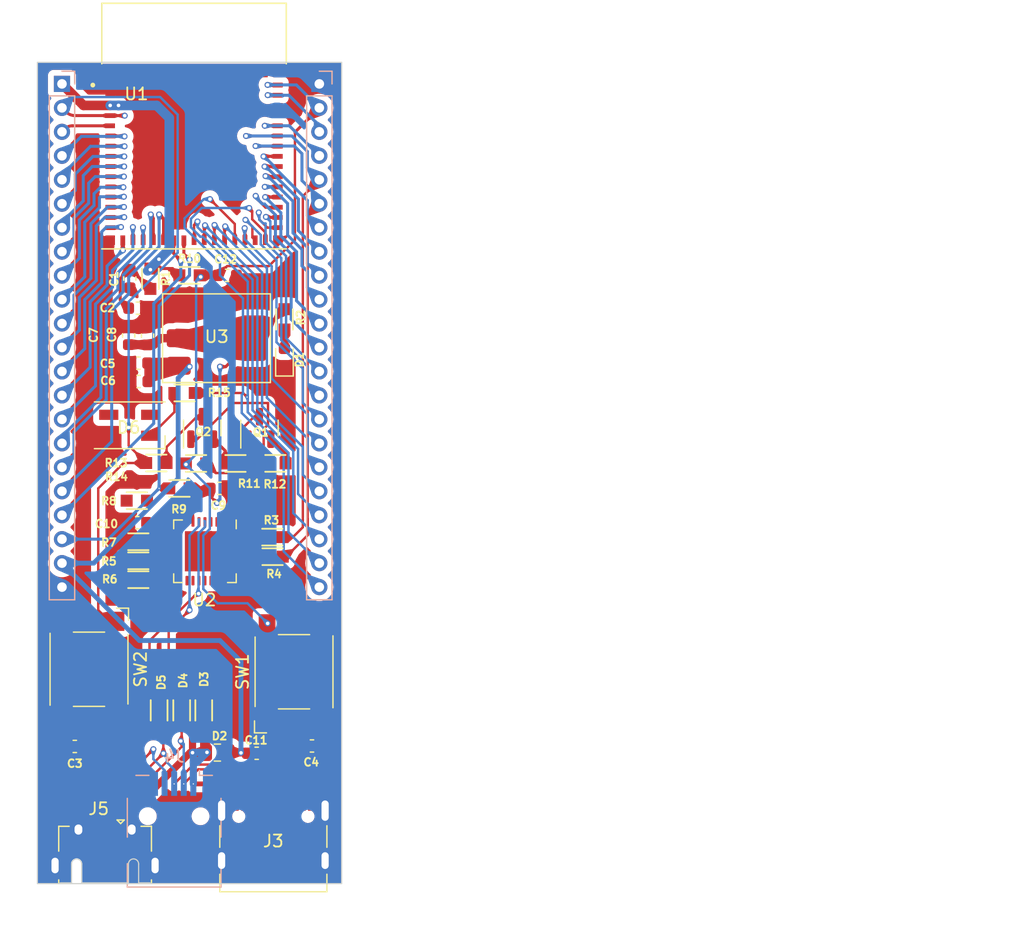
<source format=kicad_pcb>
(kicad_pcb (version 20221018) (generator pcbnew)
  (layers (0 "F.Cu" signal) (31 "B.Cu" signal) (34 "B.Paste" user) (35 "F.Paste" user) (36 "B.SilkS" user "B.Silkscreen") (37 "F.SilkS" user "F.Silkscreen") (38 "B.Mask" user) (39 "F.Mask" user) (44 "Edge.Cuts" user))
  (net 0 "")
  (net 1 "VCC_3V3")
  (net 2 "GND")
  (net 3 "GPIO0")
  (net 4 "CHIP_PU")
  (net 5 "ESP_3V3")
  (net 6 "GPIO1")
  (net 7 "GPIO2")
  (net 8 "GPIO3")
  (net 9 "GPIO4")
  (net 10 "GPIO5")
  (net 11 "GPIO6")
  (net 12 "GPIO7")
  (net 13 "GPIO8")
  (net 14 "GPIO9")
  (net 15 "GPIO10")
  (net 16 "GPIO11")
  (net 17 "GPIO12")
  (net 18 "GPIO13")
  (net 19 "GPIO14")
  (net 20 "GPIO15")
  (net 21 "GPIO16")
  (net 22 "GPIO17")
  (net 23 "GPIO18")
  (net 24 "VCC_5V")
  (net 25 "GPIO46")
  (net 26 "GPIO45")
  (net 27 "U0RXD")
  (net 28 "U0TXD")
  (net 29 "GPIO42")
  (net 30 "GPIO41")
  (net 31 "GPIO40")
  (net 32 "GPIO39")
  (net 33 "GPIO38")
  (net 34 "GPIO37")
  (net 35 "GPIO36")
  (net 36 "GPIO35")
  (net 37 "GPIO34")
  (net 38 "GPIO33")
  (net 39 "GPIO26")
  (net 40 "GPIO21")
  (net 41 "GPIO20")
  (net 42 "GPIO19")
  (net 43 "GPIO48")
  (net 44 "GPIO47")
  (net 45 "Net-(U2-VBUS)")
  (net 46 "Net-(D1-A)")
  (net 47 "Net-(U2-TXD)")
  (net 48 "Net-(U2-RXD)")
  (net 49 "Net-(U2-~{RST})")
  (net 50 "Net-(U2-SUSPEND)")
  (net 51 "VBUS")
  (net 67 "RST")
  (net 69 "DTR")
  (net 74 "Net-(J4-ID)")
  (net 75 "USB_DP")
  (net 76 "USB_DN")
  (net 78 "Net-(D6-DIN)")
  (net 79 "Net-(Q1-B)")
  (net 80 "Net-(Q1-C)")
  (net 81 "Net-(Q2-B)")
  (net 82 "Net-(Q2-C)")
  (footprint "PCM_4ms_Resistor:R_0603" (layer "F.Cu") (at 101.6 109.968664 -90)
    (fp_text reference "D5")
    (fp_text value "1.5KE6.8CA" hide)
  )
  (footprint "LED_SMD:LED_0603_1608Metric" (layer "F.Cu") (at 112.063149 80.577453 90)
    (fp_text reference "D1")
    (fp_text value "LED")
  )
  (footprint "PCM_4ms_Resistor:R_0603" (layer "F.Cu") (at 111.069144 97.14211)
    (fp_text reference "R4")
    (fp_text value "0R_0603" hide)
  )
  (footprint "PCM_4ms_Resistor:R_0603" (layer "F.Cu") (at 99.864562 97.484834)
    (fp_text reference "R5")
    (fp_text value "0R_0603" hide)
  )
  (footprint "PCM_4ms_Resistor:R_0603" (layer "F.Cu") (at 112.063149 77.333294 -90)
    (fp_text reference "R2")
    (fp_text value "0R_0603" hide)
  )
  (footprint "Capacitor_SMD:C_0603_1608Metric" (layer "F.Cu") (at 99.06 78.667265 90)
    (fp_text reference "C7")
    (fp_text value "0.1uF_0603_16V")
  )
  (footprint "Capacitor_SMD:C_0603_1608Metric" (layer "F.Cu") (at 99.777525 94.297119)
    (fp_text reference "C10")
    (fp_text value "10uF_1206_35V")
  )
  (footprint "PCM_4ms_Resistor:R_0603" (layer "F.Cu") (at 104.14 73.66 180)
    (fp_text reference "R10")
    (fp_text value "0R_0603" hide)
  )
  (footprint "Capacitor_SMD:C_0603_1608Metric" (layer "F.Cu") (at 99.887345 82.517345 180)
    (fp_text reference "C6")
    (fp_text value "10uF_1206_35V" hide)
  )
  (footprint "PCM_4ms_Resistor:R_0603" (layer "F.Cu") (at 100.872619 73.941033 -90)
    (fp_text reference "R1")
    (fp_text value "0R_0603" hide)
  )
  (footprint "PCM_4ms_Resistor:R_0603" (layer "F.Cu") (at 103.725342 83.477632 180)
    (fp_text reference "R15")
    (fp_text value "0R_0603" hide)
  )
  (footprint "Button_Switch_SMD:SW_SPST_Omron_B3FS-100xP" (layer "F.Cu") (at 95.749481 106.536742 -90)
    (fp_text reference "SW2")
    (fp_text value "SW_Omron_B3FS")
  )
  (footprint "LED_SMD:LED_SK6812MINI_PLCC4_3.5x3.5mm_P1.75mm" (layer "F.Cu") (at 99.147634 86.17362)
    (fp_text reference "D6")
    (fp_text value "SK6812MINI")
  )
  (footprint "PCM_4ms_Resistor:R_0603" (layer "F.Cu") (at 103.484836 109.968664 -90)
    (fp_text reference "D4")
    (fp_text value "1.5KE6.8CA" hide)
  )
  (footprint "Connector_USB:USB_C_Receptacle_Palconn_UTC16-G" (layer "F.Cu") (at 111.13593 120.26849)
    (fp_text reference "J3")
    (fp_text value "USB_C_Receptacle_USB2.0")
  )
  (footprint "Capacitor_SMD:C_0603_1608Metric" (layer "F.Cu") (at 106.640448 91.44)
    (fp_text reference "C9")
    (fp_text value "10uF_1206_35V")
  )
  (footprint "PCM_4ms_Resistor:R_0603" (layer "F.Cu") (at 111.306616 89.353383)
    (fp_text reference "R12")
    (fp_text value "10k" hide)
  )
  (footprint "Capacitor_SMD:C_0603_1608Metric" (layer "F.Cu") (at 99.835 76.400039)
    (fp_text reference "C2")
    (fp_text value "10uF_1206_35V")
  )
  (footprint "PCM_4ms_Resistor:R_0603" (layer "F.Cu") (at 107.97324 89.358804 180)
    (fp_text reference "R11")
    (fp_text value "10k" hide)
  )
  (footprint "Capacitor_SMD:C_0603_1608Metric" (layer "F.Cu") (at 99.153357 73.924501 -90)
    (fp_text reference "C1")
    (fp_text value "0.1uF_0603_16V")
  )
  (footprint "Capacitor_SMD:C_0603_1608Metric" (layer "F.Cu") (at 99.869981 80.982654 180)
    (fp_text reference "C5")
    (fp_text value "0.1uF_0603_16V" hide)
  )
  (footprint "Capacitor_SMD:C_0603_1608Metric" (layer "F.Cu") (at 109.745463 113.550487)
    (fp_text reference "C11")
    (fp_text value "10uF_1206_35V")
  )
  (footprint "Connector_USB:USB_Micro-AB_Molex_47590-0001" (layer "F.Cu") (at 97.090765 122.917744)
    (fp_text reference "J5")
    (fp_text value "USB_B_Micro")
    (fp_line (start -3.75 1.45) (end -2.8 1.45) (stroke (width 0.1)) (layer "Edge.Cuts"))
    (fp_line (start -2.8 -0.125) (end -2.8 1.45) (stroke (width 0.1)) (layer "Edge.Cuts"))
    (fp_line (start -1.95 -0.125) (end -1.95 1.45) (stroke (width 0.1)) (layer "Edge.Cuts"))
    (fp_line (start -1.95 1.45) (end 1.95 1.45) (stroke (width 0.1)) (layer "Edge.Cuts"))
    (fp_line (start 1.95 -0.125) (end 1.95 1.45) (stroke (width 0.1)) (layer "Edge.Cuts"))
    (fp_line (start 2.8 -0.125) (end 2.8 1.45) (stroke (width 0.1)) (layer "Edge.Cuts"))
    (fp_line (start 2.8 1.45) (end 3.75 1.45) (stroke (width 0.1)) (layer "Edge.Cuts"))
    (fp_arc (start -2.8 -0.125) (mid -2.375 -0.55) (end -1.95 -0.125) (stroke (width 0.1)) (layer "Edge.Cuts"))
    (fp_arc (start 1.95 -0.125) (mid 2.375 -0.55) (end 2.8 -0.125) (stroke (width 0.1)) (layer "Edge.Cuts"))
  )
  (footprint "PCM_4ms_Resistor:R_0603" (layer "F.Cu") (at 99.864562 99.06 180)
    (fp_text reference "R6")
    (fp_text value "0R_0603" hide)
  )
  (footprint "PCM_4ms_Resistor:R_0603" (layer "F.Cu") (at 104.684931 89.358357 180)
    (fp_text reference "R14")
    (fp_text value "0R_0603" hide)
  )
  (footprint "PCM_4ms_Resistor:R_0603" (layer "F.Cu") (at 99.74145 92.466243)
    (fp_text reference "R8")
    (fp_text value "0R_0603" hide)
  )
  (footprint "digikey-footprints:XCVR_ESP32-S3-MINI-1-N8" (layer "F.Cu") (at 104.517411 63.726153)
    (fp_text reference "U1")
    (fp_text value "ESP32-S3-MINI-1-N8")
  )
  (footprint "PCM_4ms_Resistor:R_0603" (layer "F.Cu") (at 105.325664 109.968664 -90)
    (fp_text reference "D3")
    (fp_text value "1.5KE6.8CA" hide)
  )
  (footprint "Capacitor_SMD:C_0603_1608Metric" (layer "F.Cu") (at 114.359213 112.941091)
    (fp_text reference "C4")
    (fp_text value "0.1uF_0603_16V")
  )
  (footprint "PCM_Package_TO_SOT_SMD_AKL:SOT-223-3_TabPin2" (layer "F.Cu") (at 106.389171 78.905434)
    (fp_text reference "U3")
    (fp_text value "SGM2212-3.3XKC3G/TR" hide)
  )
  (footprint "PCM_4ms_Resistor:R_0603" (layer "F.Cu") (at 111.049592 95.509541)
    (fp_text reference "R3")
    (fp_text value "0R_0603" hide)
  )
  (footprint "Capacitor_SMD:C_0603_1608Metric" (layer "F.Cu") (at 94.563804 112.98041 180)
    (fp_text reference "C3")
    (fp_text value "0.1uF_0603_16V")
  )
  (footprint "Capacitor_SMD:C_0603_1608Metric" (layer "F.Cu") (at 100.637796 78.691171 90)
    (fp_text reference "C8")
    (fp_text value "10uF_1206_35V")
  )
  (footprint "Button_Switch_SMD:SW_SPST_Omron_B3FS-100xP" (layer "F.Cu") (at 112.862432 106.746915 90)
    (fp_text reference "SW1")
    (fp_text value "SW_Omron_B3FS")
  )
  (footprint "PCM_4ms_Resistor:R_0603" (layer "F.Cu") (at 101.369864 89.322467 180)
    (fp_text reference "R13")
    (fp_text value "0R_0603" hide)
  )
  (footprint "Package_DFN_QFN:QFN-28-1EP_5x5mm_P0.5mm_EP3.35x3.35mm" (layer "F.Cu") (at 105.426796 96.689584 -90)
    (fp_text reference "U2")
    (fp_text value "CP2102N-Axx-xQFN28")
  )
  (footprint "Capacitor_SMD:C_0603_1608Metric" (layer "F.Cu") (at 107.277432 73.66 180)
    (fp_text reference "C12")
    (fp_text value "10uF_1206_35V")
  )
  (footprint "Package_TO_SOT_SMD:SOT-23" (layer "F.Cu") (at 105.198282 86.395495 90)
    (fp_text reference "Q2")
    (fp_text value "L8050QLT1G")
  )
  (footprint "PCM_4ms_Resistor:R_0805_2012Metric" (layer "F.Cu") (at 106.465409 113.492832 180)
    (fp_text reference "D2")
    (fp_text value "1N5819HW-7-F")
  )
  (footprint "Package_TO_SOT_SMD:SOT-23" (layer "F.Cu") (at 109.976962 86.395495 90)
    (fp_text reference "Q1")
    (fp_text value "L8050QLT1G")
  )
  (footprint "PCM_4ms_Resistor:R_0603" (layer "F.Cu") (at 99.864562 95.894523)
    (fp_text reference "R7")
    (fp_text value "0R_0603" hide)
  )
  (footprint "PCM_4ms_Resistor:R_0603" (layer "F.Cu") (at 103.3 91.44)
    (fp_text reference "R9")
    (fp_text value "0R_0603" hide)
  )
  (footprint "Connector_PinHeader_2.00mm:PinHeader_1x22_P2.00mm_Vertical" (layer "B.Cu") (at 114.973111 57.679796 180)
    (fp_text reference "J2" hide)
    (fp_text value "Conn_01x22_Pin")
  )
  (footprint "Connector_USB:USB_Mini-B_Lumberg_2486_01_Horizontal" (layer "B.Cu") (at 102.857292 118.806543 180)
    (fp_text reference "J4")
    (fp_text value "USB_B_Mini")
  )
  (footprint "Connector_PinHeader_2.00mm:PinHeader_1x22_P2.00mm_Vertical" (layer "B.Cu") (at 93.493109 57.679796 180)
    (fp_text reference "J1" hide)
    (fp_text value "Conn_01x22_Pin")
  )
  (gr_rect (start 91.44 55.88) (end 116.84 124.431272) (stroke (width 0.1)) (fill none) (layer "Edge.Cuts"))
  (segment (start 98.353357 75.693396) (end 98.353357 73.949501) (width 0.25) (layer "F.Cu") (net 1))
  (segment (start 104.15 91.44) (end 105.865448 91.44) (width 0.2) (layer "F.Cu") (net 1))
  (segment (start 101.712445 78.905434) (end 103.239171 78.905434) (width 0.7) (layer "F.Cu") (net 1))
  (segment (start 99.231087 73.149501) (end 100.872619 74.791033) (width 0.25) (layer "F.Cu") (net 1))
  (segment (start 99.06 79.442265) (end 100.61389 79.442265) (width 0.7) (layer "F.Cu") (net 1))
  (segment (start 105.865448 91.44) (end 105.865448 92.094786) (width 0.2) (layer "F.Cu") (net 1))
  (segment (start 103.926796 91.653204) (end 104.14 91.44) (width 0.2) (layer "F.Cu") (net 1))
  (segment (start 109.539171 78.905434) (end 109.641009 78.905434) (width 0.25) (layer "F.Cu") (net 1))
  (segment (start 104.399584 94.239584) (end 104.426796 94.239584) (width 0.2) (layer "F.Cu") (net 1))
  (segment (start 100.637796 79.466171) (end 101.151708 79.466171) (width 0.7) (layer "F.Cu") (net 1))
  (segment (start 104.14 93.98) (end 104.399584 94.239584) (width 0.2) (layer "F.Cu") (net 1))
  (segment (start 104.15 93.97) (end 104.14 93.98) (width 0.2) (layer "F.Cu") (net 1))
  (segment (start 109.641009 78.905434) (end 112.063149 76.483294) (width 0.25) (layer "F.Cu") (net 1))
  (segment (start 105.865448 92.094786) (end 106.437499 92.666837) (width 0.2) (layer "F.Cu") (net 1))
  (segment (start 99.06 76.400039) (end 98.353357 75.693396) (width 0.25) (layer "F.Cu") (net 1))
  (segment (start 98.353357 73.949501) (end 99.153357 73.149501) (width 0.25) (layer "F.Cu") (net 1))
  (segment (start 104.426796 92.878652) (end 104.426796 94.239584) (width 0.2) (layer "F.Cu") (net 1))
  (segment (start 107.164605 81.28) (end 106.68 81.28) (width 0.25) (layer "F.Cu") (net 1))
  (segment (start 100.61389 79.442265) (end 100.637796 79.466171) (width 0.7) (layer "F.Cu") (net 1))
  (segment (start 104.15 91.44) (end 104.15 93.97) (width 0.2) (layer "F.Cu") (net 1))
  (segment (start 104.399584 94.239584) (end 103.926796 94.239584) (width 0.2) (layer "F.Cu") (net 1))
  (segment (start 103.926796 94.239584) (end 103.926796 91.653204) (width 0.2) (layer "F.Cu") (net 1))
  (segment (start 109.539171 78.905434) (end 107.164605 81.28) (width 0.25) (layer "F.Cu") (net 1))
  (segment (start 105.865448 91.44) (end 104.426796 92.878652) (width 0.2) (layer "F.Cu") (net 1))
  (segment (start 101.151708 79.466171) (end 101.712445 78.905434) (width 0.7) (layer "F.Cu") (net 1))
  (segment (start 99.153357 73.149501) (end 99.231087 73.149501) (width 0.25) (layer "F.Cu") (net 1))
  (segment (start 104.14 91.44) (end 105.865448 91.44) (width 0.2) (layer "F.Cu") (net 1))
  (via (at 106.437499 92.666837) (size 0.5) (drill 0.3) (layers "F.Cu" "B.Cu") (net 1))
  (via blind (at 106.68 81.28) (size 0.5) (drill 0.3) (layers "F.Cu" "B.Cu") (net 1))
  (segment (start 106.68 81.28) (end 106.68 92.424336) (width 0.25) (layer "B.Cu") (net 1))
  (segment (start 106.68 92.424336) (end 106.437499 92.666837) (width 0.25) (layer "B.Cu") (net 1))
  (segment (start 98.637533 89.322467) (end 96.52 91.44) (width 0.2) (layer "F.Cu") (net 3))
  (segment (start 99.06 87.862603) (end 100.519864 89.322467) (width 0.2) (layer "F.Cu") (net 3))
  (segment (start 95.338804 112.98041) (end 96.732368 112.98041) (width 0.2) (layer "F.Cu") (net 3))
  (segment (start 96.732368 112.98041) (end 97.999481 111.713297) (width 0.2) (layer "F.Cu") (net 3))
  (segment (start 97.517411 60.326153) (end 98.720444 60.326153) (width 0.25) (layer "F.Cu") (net 3))
  (segment (start 97.456742 102.536742) (end 97.999481 102.536742) (width 0.2) (layer "F.Cu") (net 3))
  (segment (start 96.52 101.6) (end 97.456742 102.536742) (width 0.2) (layer "F.Cu") (net 3))
  (segment (start 99.06 86.36) (end 99.06 87.862603) (width 0.2) (layer "F.Cu") (net 3))
  (segment (start 97.517411 60.326153) (end 94.596509 60.326153) (width 0.25) (layer "F.Cu") (net 3))
  (segment (start 93.816287 60.002974) (end 93.493109 59.679796) (width 0.25) (layer "F.Cu") (net 3))
  (segment (start 98.728307 60.330759) (end 98.726004 60.328456) (width 0.25) (layer "F.Cu") (net 3))
  (segment (start 100.519864 89.322467) (end 98.637533 89.322467) (width 0.2) (layer "F.Cu") (net 3))
  (segment (start 96.52 91.44) (end 96.52 101.6) (width 0.2) (layer "F.Cu") (net 3))
  (segment (start 97.999481 111.713297) (end 97.999481 110.536742) (width 0.2) (layer "F.Cu") (net 3))
  (via (at 99.06 86.36) (size 0.5) (drill 0.3) (layers "F.Cu" "B.Cu") (net 3))
  (via (at 98.728307 60.330759) (size 0.5) (drill 0.3) (layers "F.Cu" "B.Cu") (net 3))
  (arc (start 93.816287 60.002974) (mid 94.174256 60.242161) (end 94.596509 60.326153) (width 0.25) (layer "F.Cu") (net 3))
  (arc (start 98.726004 60.328456) (mid 98.723453 60.326751) (end 98.720444 60.326153) (width 0.25) (layer "F.Cu") (net 3))
  (segment (start 103.15 60.240973) (end 103.15 71.768396) (width 0.2) (layer "B.Cu") (net 3))
  (segment (start 101.684316 58.775289) (end 103.15 60.240973) (width 0.2) (layer "B.Cu") (net 3))
  (segment (start 103.15 71.768396) (end 99.06 75.858396) (width 0.2) (layer "B.Cu") (net 3))
  (segment (start 94.397616 58.775289) (end 101.684316 58.775289) (width 0.2) (layer "B.Cu") (net 3))
  (segment (start 99.06 75.858396) (end 99.06 86.36) (width 0.2) (layer "B.Cu") (net 3))
  (segment (start 93.493109 59.679796) (end 94.397616 58.775289) (width 0.2) (layer "B.Cu") (net 3))
  (segment (start 110.666108 57.776153) (end 110.651837 57.761882) (width 0.25) (layer "F.Cu") (net 4))
  (segment (start 112.806608 112.941091) (end 113.584213 112.941091) (width 0.2) (layer "F.Cu") (net 4))
  (segment (start 112.936999 61.715908) (end 112.936999 70.706565) (width 0.2) (layer "F.Cu") (net 4))
  (segment (start 110.612432 110.746915) (end 112.806608 112.941091) (width 0.2) (layer "F.Cu") (net 4))
  (segment (start 105.071436 73.78814) (end 106.502432 73.66) (width 0.25) (layer "F.Cu") (net 4))
  (segment (start 104.99 73.66) (end 105.071436 73.78814) (width 0.25) (layer "F.Cu") (net 4))
  (segment (start 111.517411 57.776153) (end 110.666108 57.776153) (width 0.25) (layer "F.Cu") (net 4))
  (segment (start 112.936999 61.715908) (end 114.973111 59.679796) (width 0.25) (layer "F.Cu") (net 4))
  (segment (start 107.277432 72.885) (end 106.502432 73.66) (width 0.2) (layer "F.Cu") (net 4))
  (segment (start 112.936999 70.706565) (end 110.758564 72.885) (width 0.2) (layer "F.Cu") (net 4))
  (segment (start 110.758564 72.885) (end 107.277432 72.885) (width 0.2) (layer "F.Cu") (net 4))
  (via blind (at 110.651837 57.761882) (size 0.5) (drill 0.3) (layers "F.Cu" "B.Cu") (net 4))
  (via (at 105.071436 73.78814) (size 0.5) (drill 0.3) (layers "F.Cu" "B.Cu") (net 4))
  (via (at 103.840918 89.441205) (size 0.5) (drill 0.3) (layers "F.Cu" "B.Cu") (net 4))
  (via (at 110.659706 102.710972) (size 0.5) (drill 0.3) (layers "F.Cu" "B.Cu") (net 4))
  (segment (start 103.840918 89.441205) (end 104.69 88.592123) (width 0.2) (layer "B.Cu") (net 4))
  (segment (start 105.831455 91.431742) (end 103.840918 89.441205) (width 0.2) (layer "B.Cu") (net 4))
  (segment (start 110.659706 102.710972) (end 108.977414 101.02868) (width 0.2) (layer "B.Cu") (net 4))
  (segment (start 105.290865 99.843057) (end 105.290865 95.367986) (width 0.2) (layer "B.Cu") (net 4))
  (segment (start 105.831455 94.827395) (end 105.831455 91.431742) (width 0.2) (layer "B.Cu") (net 4))
  (segment (start 105.290865 95.367986) (end 105.831455 94.827395) (width 0.2) (layer "B.Cu") (net 4))
  (segment (start 108.977414 101.02868) (end 106.476488 101.02868) (width 0.2) (layer "B.Cu") (net 4))
  (segment (start 106.476488 101.02868) (end 105.290865 99.843057) (width 0.2) (layer "B.Cu") (net 4))
  (segment (start 104.69 74.117811) (end 104.947286 73.860525) (width 0.2) (layer "B.Cu") (net 4))
  (segment (start 104.69 88.592123) (end 104.69 74.117811) (width 0.2) (layer "B.Cu") (net 4))
  (segment (start 103.840918 89.441205) (end 103.803562 89.478561) (width 0.2) (layer "B.Cu") (net 4))
  (segment (start 113.055197 57.761882) (end 114.973111 59.679796) (width 0.25) (layer "B.Cu") (net 4))
  (segment (start 110.651837 57.761882) (end 113.055197 57.761882) (width 0.25) (layer "B.Cu") (net 4))
  (segment (start 102.721033 73.091033) (end 103.29 73.66) (width 0.25) (layer "F.Cu") (net 5))
  (segment (start 100.872619 73.091033) (end 102.721033 73.091033) (width 0.25) (layer "F.Cu") (net 5))
  (segment (start 97.517411 59.476153) (end 95.289466 59.476153) (width 0.8) (layer "F.Cu") (net 5))
  (segment (start 95.289466 59.476153) (end 93.493109 57.679796) (width 0.8) (layer "F.Cu") (net 5))
  (via (at 100.872619 73.183031) (size 0.5) (drill 0.3) (layers "F.Cu" "B.Cu") (net 5))
  (via (at 98.21257 59.475289) (size 0.5) (drill 0.3) (layers "F.Cu" "B.Cu") (net 5))
  (via (at 101.586032 72.313559) (size 0.5) (drill 0.3) (layers "F.Cu" "B.Cu") (net 5))
  (via (at 97.517411 59.476153) (size 0.5) (drill 0.3) (layers "F.Cu" "B.Cu") (net 5))
  (segment (start 98.2071 59.480759) (end 101.399837 59.480759) (width 0.8) (layer "B.Cu") (net 5))
  (segment (start 98.21257 59.475289) (end 98.2071 59.480759) (width 0.8) (layer "B.Cu") (net 5))
  (segment (start 102.45 60.530922) (end 102.45 71.478446) (width 0.8) (layer "B.Cu") (net 5))
  (segment (start 101.399837 59.480759) (end 102.45 60.530922) (width 0.8) (layer "B.Cu") (net 5))
  (segment (start 97.517411 59.476153) (end 98.211706 59.476153) (width 0.8) (layer "B.Cu") (net 5))
  (segment (start 102.45 71.478446) (end 100.645301 73.283145) (width 0.8) (layer "B.Cu") (net 5))
  (segment (start 98.211706 59.476153) (end 98.21257 59.475289) (width 0.8) (layer "B.Cu") (net 5))
  (segment (start 94.352881 61.176153) (end 97.517411 61.176153) (width 0.25) (layer "F.Cu") (net 6))
  (segment (start 93.74493 61.427974) (end 93.493109 61.679796) (width 0.25) (layer "F.Cu") (net 6))
  (arc (start 94.352881 61.176153) (mid 94.02386 61.241599) (end 93.74493 61.427974) (width 0.25) (layer "F.Cu") (net 6))
  (segment (start 98.58526 62.026153) (end 97.517411 62.026153) (width 0.25) (layer "F.Cu") (net 7))
  (segment (start 98.626481 62.043227) (end 98.643555 62.060301) (width 0.25) (layer "F.Cu") (net 7))
  (via blind (at 98.712266 62.060301) (size 0.5) (drill 0.3) (layers "F.Cu" "B.Cu") (net 7))
  (arc (start 98.626481 62.043227) (mid 98.607568 62.03059) (end 98.58526 62.026153) (width 0.25) (layer "F.Cu") (net 7))
  (segment (start 95.112603 62.060301) (end 98.643555 62.060301) (width 0.25) (layer "B.Cu") (net 7))
  (segment (start 93.493109 63.679796) (end 95.112603 62.060301) (width 0.25) (layer "B.Cu") (net 7))
  (segment (start 98.712266 62.889366) (end 98.699053 62.876153) (width 0.25) (layer "F.Cu") (net 8))
  (segment (start 98.699053 62.876153) (end 97.517411 62.876153) (width 0.25) (layer "F.Cu") (net 8))
  (via blind (at 98.712266 62.889366) (size 0.5) (drill 0.3) (layers "F.Cu" "B.Cu") (net 8))
  (segment (start 93.493109 65.271566) (end 93.493109 65.679796) (width 0.25) (layer "B.Cu") (net 8))
  (segment (start 98.712266 62.889366) (end 95.875309 62.889366) (width 0.25) (layer "B.Cu") (net 8))
  (segment (start 95.875309 62.889366) (end 93.493109 65.271566) (width 0.25) (layer "B.Cu") (net 8))
  (segment (start 97.517411 63.726153) (end 98.683489 63.726153) (width 0.25) (layer "F.Cu") (net 9))
  (segment (start 98.683489 63.726153) (end 98.69075 63.733414) (width 0.25) (layer "F.Cu") (net 9))
  (via blind (at 98.69075 63.733414) (size 0.5) (drill 0.3) (layers "F.Cu" "B.Cu") (net 9))
  (segment (start 94.605242 66.567663) (end 93.493109 67.679796) (width 0.25) (layer "B.Cu") (net 9))
  (segment (start 98.69075 63.733414) (end 96.075887 63.733414) (width 0.25) (layer "B.Cu") (net 9))
  (segment (start 94.605242 65.204059) (end 94.605242 66.567663) (width 0.25) (layer "B.Cu") (net 9))
  (segment (start 96.075887 63.733414) (end 94.605242 65.204059) (width 0.25) (layer "B.Cu") (net 9))
  (segment (start 97.526686 64.572311) (end 98.680847 64.572311) (width 0.25) (layer "F.Cu") (net 10))
  (via blind (at 98.680847 64.572311) (size 0.5) (drill 0.3) (layers "F.Cu" "B.Cu") (net 10))
  (arc (start 97.517411 64.576153) (mid 97.521666 64.57331) (end 97.526686 64.572311) (width 0.25) (layer "F.Cu") (net 10))
  (segment (start 98.680847 64.572311) (end 96.026605 64.572311) (width 0.25) (layer "B.Cu") (net 10))
  (segment (start 93.493109 69.220118) (end 93.493109 69.679796) (width 0.25) (layer "B.Cu") (net 10))
  (segment (start 95.26923 67.443997) (end 93.493109 69.220118) (width 0.25) (layer "B.Cu") (net 10))
  (segment (start 96.026605 64.572311) (end 95.26923 65.329686) (width 0.25) (layer "B.Cu") (net 10))
  (segment (start 95.26923 65.329686) (end 95.26923 67.443997) (width 0.25) (layer "B.Cu") (net 10))
  (segment (start 93.493109 69.09401) (end 93.493109 69.679796) (width 0.25) (layer "B.Cu") (net 10))
  (segment (start 98.646377 65.426153) (end 98.657797 65.414733) (width 0.25) (layer "F.Cu") (net 11))
  (segment (start 97.517411 65.426153) (end 98.646377 65.426153) (width 0.25) (layer "F.Cu") (net 11))
  (via blind (at 98.657797 65.414733) (size 0.5) (drill 0.3) (layers "F.Cu" "B.Cu") (net 11))
  (segment (start 94.493109 68.856514) (end 94.493109 70.679796) (width 0.25) (layer "B.Cu") (net 11))
  (segment (start 98.657797 65.414733) (end 96.267289 65.414733) (width 0.25) (layer "B.Cu") (net 11))
  (segment (start 95.71923 67.630393) (end 94.493109 68.856514) (width 0.25) (layer "B.Cu") (net 11))
  (segment (start 94.493109 70.679796) (end 93.493109 71.679796) (width 0.25) (layer "B.Cu") (net 11))
  (segment (start 95.71923 65.962792) (end 95.71923 67.630393) (width 0.25) (layer "B.Cu") (net 11))
  (segment (start 96.267289 65.414733) (end 95.71923 65.962792) (width 0.25) (layer "B.Cu") (net 11))
  (segment (start 97.517411 66.276153) (end 98.586494 66.276153) (width 0.25) (layer "F.Cu") (net 12))
  (segment (start 98.586494 66.276153) (end 98.61592 66.305579) (width 0.25) (layer "F.Cu") (net 12))
  (via blind (at 98.61592 66.305579) (size 0.5) (drill 0.3) (layers "F.Cu" "B.Cu") (net 12))
  (segment (start 98.61592 66.305579) (end 96.71011 66.305579) (width 0.25) (layer "B.Cu") (net 12))
  (segment (start 94.943109 69.04291) (end 94.943109 72.229796) (width 0.25) (layer "B.Cu") (net 12))
  (segment (start 96.16923 67.816789) (end 94.943109 69.04291) (width 0.25) (layer "B.Cu") (net 12))
  (segment (start 96.71011 66.305579) (end 96.16923 66.846459) (width 0.25) (layer "B.Cu") (net 12))
  (segment (start 94.943109 72.229796) (end 93.493109 73.679796) (width 0.25) (layer "B.Cu") (net 12))
  (segment (start 96.16923 66.846459) (end 96.16923 67.816789) (width 0.25) (layer "B.Cu") (net 12))
  (segment (start 97.517411 67.126153) (end 98.627006 67.126153) (width 0.25) (layer "F.Cu") (net 13))
  (segment (start 98.627006 67.126153) (end 98.656044 67.097115) (width 0.25) (layer "F.Cu") (net 13))
  (via blind (at 98.656044 67.097115) (size 0.5) (drill 0.3) (layers "F.Cu" "B.Cu") (net 13))
  (segment (start 96.698003 67.097115) (end 96.61923 67.175888) (width 0.25) (layer "B.Cu") (net 13))
  (segment (start 98.656044 67.097115) (end 96.698003 67.097115) (width 0.25) (layer "B.Cu") (net 13))
  (segment (start 95.393109 69.229306) (end 95.393109 73.779796) (width 0.25) (layer "B.Cu") (net 13))
  (segment (start 95.393109 73.779796) (end 93.493109 75.679796) (width 0.25) (layer "B.Cu") (net 13))
  (segment (start 96.61923 68.003185) (end 95.393109 69.229306) (width 0.25) (layer "B.Cu") (net 13))
  (segment (start 96.61923 67.175888) (end 96.61923 68.003185) (width 0.25) (layer "B.Cu") (net 13))
  (segment (start 98.636674 67.976153) (end 98.661784 67.951043) (width 0.25) (layer "F.Cu") (net 14))
  (segment (start 97.517411 67.976153) (end 98.636674 67.976153) (width 0.25) (layer "F.Cu") (net 14))
  (via blind (at 98.661784 67.951043) (size 0.5) (drill 0.3) (layers "F.Cu" "B.Cu") (net 14))
  (segment (start 95.909196 69.349615) (end 95.909196 73.900105) (width 0.25) (layer "B.Cu") (net 14))
  (segment (start 94.493109 76.679796) (end 93.493109 77.679796) (width 0.25) (layer "B.Cu") (net 14))
  (segment (start 95.909196 73.900105) (end 94.493109 75.316192) (width 0.25) (layer "B.Cu") (net 14))
  (segment (start 97.307768 67.951043) (end 95.909196 69.349615) (width 0.25) (layer "B.Cu") (net 14))
  (segment (start 94.493109 75.316192) (end 94.493109 76.679796) (width 0.25) (layer "B.Cu") (net 14))
  (segment (start 98.661784 67.951043) (end 97.307768 67.951043) (width 0.25) (layer "B.Cu") (net 14))
  (segment (start 98.661784 68.826153) (end 98.684223 68.803714) (width 0.25) (layer "F.Cu") (net 15))
  (segment (start 97.517411 68.826153) (end 98.661784 68.826153) (width 0.25) (layer "F.Cu") (net 15))
  (via blind (at 98.684223 68.803714) (size 0.5) (drill 0.3) (layers "F.Cu" "B.Cu") (net 15))
  (segment (start 96.359196 69.536011) (end 96.359196 74.086501) (width 0.25) (layer "B.Cu") (net 15))
  (segment (start 94.943109 78.229796) (end 93.493109 79.679796) (width 0.25) (layer "B.Cu") (net 15))
  (segment (start 97.091493 68.803714) (end 96.359196 69.536011) (width 0.25) (layer "B.Cu") (net 15))
  (segment (start 94.943109 75.502588) (end 94.943109 78.229796) (width 0.25) (layer "B.Cu") (net 15))
  (segment (start 96.359196 74.086501) (end 94.943109 75.502588) (width 0.25) (layer "B.Cu") (net 15))
  (segment (start 98.684223 68.803714) (end 97.091493 68.803714) (width 0.25) (layer "B.Cu") (net 15))
  (segment (start 97.517411 69.676153) (end 98.366626 69.676153) (width 0.25) (layer "F.Cu") (net 16))
  (segment (start 98.366626 69.676153) (end 98.41457 69.628209) (width 0.25) (layer "F.Cu") (net 16))
  (via blind (at 98.41457 69.628209) (size 0.5) (drill 0.3) (layers "F.Cu" "B.Cu") (net 16))
  (segment (start 97.200861 69.628209) (end 96.809196 70.019874) (width 0.25) (layer "B.Cu") (net 16))
  (segment (start 95.393109 75.688984) (end 95.393109 79.779796) (width 0.25) (layer "B.Cu") (net 16))
  (segment (start 95.393109 79.779796) (end 93.493109 81.679796) (width 0.25) (layer "B.Cu") (net 16))
  (segment (start 96.809196 70.019874) (end 96.809196 74.272897) (width 0.25) (layer "B.Cu") (net 16))
  (segment (start 98.41457 69.628209) (end 97.200861 69.628209) (width 0.25) (layer "B.Cu") (net 16))
  (segment (start 96.809196 74.272897) (end 95.393109 75.688984) (width 0.25) (layer "B.Cu") (net 16))
  (segment (start 98.567411 70.726153) (end 98.567411 71.558094) (width 0.25) (layer "F.Cu") (net 17))
  (segment (start 98.567411 71.558094) (end 98.575497 71.56618) (width 0.25) (layer "F.Cu") (net 17))
  (via blind (at 98.575497 71.56618) (size 0.5) (drill 0.3) (layers "F.Cu" "B.Cu") (net 17))
  (segment (start 97.259196 74.459293) (end 95.843109 75.87538) (width 0.25) (layer "B.Cu") (net 17))
  (segment (start 95.843109 81.329796) (end 93.493109 83.679796) (width 0.25) (layer "B.Cu") (net 17))
  (segment (start 97.259196 72.882481) (end 97.259196 74.459293) (width 0.25) (layer "B.Cu") (net 17))
  (segment (start 98.575497 71.56618) (end 97.259196 72.882481) (width 0.25) (layer "B.Cu") (net 17))
  (segment (start 95.843109 75.87538) (end 95.843109 81.329796) (width 0.25) (layer "B.Cu") (net 17))
  (segment (start 99.417411 70.726153) (end 99.417411 69.642289) (width 0.25) (layer "F.Cu") (net 18))
  (segment (start 99.417411 69.642289) (end 99.411167 69.636045) (width 0.25) (layer "F.Cu") (net 18))
  (via blind (at 99.411167 69.636045) (size 0.5) (drill 0.3) (layers "F.Cu" "B.Cu") (net 18))
  (segment (start 97.709196 73.245654) (end 97.709196 74.645689) (width 0.25) (layer "B.Cu") (net 18))
  (segment (start 96.293109 82.879796) (end 93.493109 85.679796) (width 0.25) (layer "B.Cu") (net 18))
  (segment (start 96.293109 76.061776) (end 96.293109 82.879796) (width 0.25) (layer "B.Cu") (net 18))
  (segment (start 97.709196 74.645689) (end 96.293109 76.061776) (width 0.25) (layer "B.Cu") (net 18))
  (segment (start 99.411167 71.543683) (end 97.709196 73.245654) (width 0.25) (layer "B.Cu") (net 18))
  (segment (start 99.411167 69.636045) (end 99.411167 71.543683) (width 0.25) (layer "B.Cu") (net 18))
  (segment (start 100.267411 70.726153) (end 100.267411 69.672142) (width 0.25) (layer "F.Cu") (net 19))
  (segment (start 100.267411 69.672142) (end 100.261193 69.665924) (width 0.25) (layer "F.Cu") (net 19))
  (via blind (at 100.261193 69.665924) (size 0.5) (drill 0.3) (layers "F.Cu" "B.Cu") (net 19))
  (segment (start 100.261193 71.334968) (end 98.159196 73.436965) (width 0.25) (layer "B.Cu") (net 19))
  (segment (start 98.159196 74.832085) (end 96.743109 76.248172) (width 0.25) (layer "B.Cu") (net 19))
  (segment (start 93.493109 87.09401) (end 93.493109 87.679796) (width 0.25) (layer "B.Cu") (net 19))
  (segment (start 96.743109 83.84401) (end 93.493109 87.09401) (width 0.25) (layer "B.Cu") (net 19))
  (segment (start 96.743109 76.248172) (end 96.743109 83.84401) (width 0.25) (layer "B.Cu") (net 19))
  (segment (start 100.261193 69.665924) (end 100.261193 71.334968) (width 0.25) (layer "B.Cu") (net 19))
  (segment (start 98.159196 73.436965) (end 98.159196 74.832085) (width 0.25) (layer "B.Cu") (net 19))
  (segment (start 101.117411 68.910584) (end 101.117411 70.726153) (width 0.25) (layer "F.Cu") (net 20))
  (segment (start 100.900497 68.58) (end 101.025 68.704503) (width 0.25) (layer "F.Cu") (net 20))
  (segment (start 101.025 68.704503) (end 101.025 68.818173) (width 0.25) (layer "F.Cu") (net 20))
  (segment (start 101.025 68.818173) (end 101.117411 68.910584) (width 0.25) (layer "F.Cu") (net 20))
  (via blind (at 100.900497 68.58) (size 0.5) (drill 0.3) (layers "F.Cu" "B.Cu") (net 20))
  (segment (start 97.193109 76.434568) (end 97.193109 84.030406) (width 0.25) (layer "B.Cu") (net 20))
  (segment (start 100.900497 71.33206) (end 98.609196 73.623361) (width 0.25) (layer "B.Cu") (net 20))
  (segment (start 94.493109 86.730406) (end 94.493109 88.679796) (width 0.25) (layer "B.Cu") (net 20))
  (segment (start 100.900497 68.58) (end 100.900497 71.33206) (width 0.25) (layer "B.Cu") (net 20))
  (segment (start 98.609196 75.018481) (end 97.193109 76.434568) (width 0.25) (layer "B.Cu") (net 20))
  (segment (start 98.609196 73.623361) (end 98.609196 75.018481) (width 0.25) (layer "B.Cu") (net 20))
  (segment (start 94.493109 88.679796) (end 93.493109 89.679796) (width 0.25) (layer "B.Cu") (net 20))
  (segment (start 97.193109 84.030406) (end 94.493109 86.730406) (width 0.25) (layer "B.Cu") (net 20))
  (segment (start 101.6 68.58) (end 101.967411 68.947411) (width 0.25) (layer "F.Cu") (net 21))
  (segment (start 101.967411 68.947411) (end 101.967411 70.726153) (width 0.25) (layer "F.Cu") (net 21))
  (via blind (at 101.6 68.58) (size 0.5) (drill 0.3) (layers "F.Cu" "B.Cu") (net 21))
  (segment (start 101.6 71.268953) (end 99.059196 73.809757) (width 0.25) (layer "B.Cu") (net 21))
  (segment (start 99.059196 75.204877) (end 97.643109 76.620964) (width 0.25) (layer "B.Cu") (net 21))
  (segment (start 99.059196 73.809757) (end 99.059196 75.204877) (width 0.25) (layer "B.Cu") (net 21))
  (segment (start 97.643109 87.529796) (end 93.493109 91.679796) (width 0.25) (layer "B.Cu") (net 21))
  (segment (start 97.643109 76.620964) (end 97.643109 87.529796) (width 0.25) (layer "B.Cu") (net 21))
  (segment (start 101.6 68.58) (end 101.6 71.268953) (width 0.25) (layer "B.Cu") (net 21))
  (segment (start 102.817411 71.834303) (end 102.817411 70.726153) (width 0.25) (layer "F.Cu") (net 22))
  (segment (start 103.411291 72.428183) (end 102.817411 71.834303) (width 0.25) (layer "F.Cu") (net 22))
  (via blind (at 103.411291 72.428183) (size 0.5) (drill 0.3) (layers "F.Cu" "B.Cu") (net 22))
  (segment (start 101.15 86.022905) (end 93.493109 93.679796) (width 0.25) (layer "B.Cu") (net 22))
  (segment (start 101.15 76.013604) (end 101.15 86.022905) (width 0.25) (layer "B.Cu") (net 22))
  (segment (start 103.411291 72.428183) (end 103.411291 73.752313) (width 0.25) (layer "B.Cu") (net 22))
  (segment (start 103.411291 73.752313) (end 101.15 76.013604) (width 0.25) (layer "B.Cu") (net 22))
  (segment (start 104.14 72.344425) (end 103.667411 71.871836) (width 0.25) (layer "F.Cu") (net 23))
  (segment (start 102.45 91.44) (end 101.6 91.44) (width 0.25) (layer "F.Cu") (net 23))
  (segment (start 103.667411 71.871836) (end 103.667411 70.726153) (width 0.25) (layer "F.Cu") (net 23))
  (via blind (at 104.14 72.344425) (size 0.5) (drill 0.3) (layers "F.Cu" "B.Cu") (net 23))
  (via micro (at 101.6 91.44) (size 0.3) (drill 0.1) (layers "F.Cu" "B.Cu") (net 23))
  (segment (start 104.14 72.344425) (end 104.14 73.66) (width 0.25) (layer "B.Cu") (net 23))
  (segment (start 101.6 76.2) (end 101.6 91.44) (width 0.25) (layer "B.Cu") (net 23))
  (segment (start 104.14 73.66) (end 101.6 76.2) (width 0.25) (layer "B.Cu") (net 23))
  (segment (start 97.360204 95.679796) (end 93.493109 95.679796) (width 0.25) (layer "B.Cu") (net 23))
  (segment (start 101.6 91.44) (end 97.360204 95.679796) (width 0.25) (layer "B.Cu") (net 23))
  (segment (start 107.402909 113.492832) (end 108.410801 113.492832) (width 0.6) (layer "F.Cu") (net 24))
  (segment (start 108.434228 113.516259) (end 108.457655 113.492832) (width 0.6) (layer "F.Cu") (net 24))
  (segment (start 108.457655 113.492832) (end 108.912808 113.492832) (width 0.6) (layer "F.Cu") (net 24))
  (segment (start 108.410801 113.492832) (end 108.434228 113.516259) (width 0.6) (layer "F.Cu") (net 24))
  (segment (start 108.912808 113.492832) (end 108.970463 113.550487) (width 0.6) (layer "F.Cu") (net 24))
  (via (at 104.14 81.28) (size 0.5) (drill 0.3) (layers "F.Cu" "B.Cu") (net 24))
  (via (at 108.434228 113.516259) (size 0.5) (drill 0.3) (layers "F.Cu" "B.Cu") (net 24))
  (via (at 104.14 81.28) (size 0.5) (drill 0.3) (layers "F.Cu" "B.Cu") (net 24))
  (segment (start 93.493109 97.679796) (end 96.138022 97.679796) (width 0.4) (layer "B.Cu") (net 24))
  (segment (start 108.434228 113.516259) (end 108.434228 105.894228) (width 0.4) (layer "B.Cu") (net 24))
  (segment (start 108.434228 105.894228) (end 106.68 104.14) (width 0.4) (layer "B.Cu") (net 24))
  (segment (start 106.68 104.14) (end 99.953313 104.14) (width 0.4) (layer "B.Cu") (net 24))
  (segment (start 103.190918 90.6269) (end 103.190918 82.229082) (width 0.4) (layer "B.Cu") (net 24))
  (segment (start 96.138022 97.679796) (end 103.190918 90.6269) (width 0.4) (layer "B.Cu") (net 24))
  (segment (start 99.953313 104.14) (end 93.493109 97.679796) (width 0.4) (layer "B.Cu") (net 24))
  (segment (start 103.190918 82.229082) (end 104.14 81.28) (width 0.4) (layer "B.Cu") (net 24))
  (segment (start 111.517411 58.626153) (end 110.672822 58.626153) (width 0.25) (layer "F.Cu") (net 25))
  (segment (start 110.672822 58.626153) (end 110.664261 58.617592) (width 0.25) (layer "F.Cu") (net 25))
  (via blind (at 110.664261 58.617592) (size 0.5) (drill 0.3) (layers "F.Cu" "B.Cu") (net 25))
  (segment (start 114.636491 60.818369) (end 114.636491 61.343176) (width 0.25) (layer "B.Cu") (net 25))
  (segment (start 114.636491 61.343176) (end 114.973111 61.679796) (width 0.25) (layer "B.Cu") (net 25))
  (segment (start 111.867778 58.617592) (end 111.921666 58.67148) (width 0.25) (layer "B.Cu") (net 25))
  (segment (start 114.626007 60.818369) (end 114.636491 60.818369) (width 0.25) (layer "B.Cu") (net 25))
  (segment (start 112.436013 58.628375) (end 114.626007 60.818369) (width 0.25) (layer "B.Cu") (net 25))
  (segment (start 110.664261 58.617592) (end 111.867778 58.617592) (width 0.25) (layer "B.Cu") (net 25))
  (segment (start 111.921666 58.67148) (end 111.964771 58.628375) (width 0.25) (layer "B.Cu") (net 25))
  (segment (start 111.964771 58.628375) (end 112.436013 58.628375) (width 0.25) (layer "B.Cu") (net 25))
  (segment (start 111.517411 61.176153) (end 110.420195 61.176153) (width 0.25) (layer "F.Cu") (net 26))
  (segment (start 110.420195 61.176153) (end 110.417745 61.173703) (width 0.25) (layer "F.Cu") (net 26))
  (via blind (at 110.417745 61.173703) (size 0.5) (drill 0.3) (layers "F.Cu" "B.Cu") (net 26))
  (segment (start 110.417745 61.173703) (end 112.467018 61.173703) (width 0.25) (layer "B.Cu") (net 26))
  (segment (start 112.467018 61.173703) (end 114.973111 63.679796) (width 0.25) (layer "B.Cu") (net 26))
  (segment (start 113.598111 94.681889) (end 113.598111 93.98) (width 0.2) (layer "F.Cu") (net 27))
  (segment (start 111.899592 95.509541) (end 112.770459 95.509541) (width 0.2) (layer "F.Cu") (net 27))
  (segment (start 113.598111 67.054796) (end 114.973111 65.679796) (width 0.2) (layer "F.Cu") (net 27))
  (segment (start 113.598111 93.890043) (end 113.598111 67.054796) (width 0.2) (layer "F.Cu") (net 27))
  (segment (start 112.770459 95.509541) (end 113.598111 94.681889) (width 0.2) (layer "F.Cu") (net 27))
  (segment (start 108.854631 62.02532) (end 108.855464 62.026153) (width 0.25) (layer "F.Cu") (net 27))
  (segment (start 108.855464 62.026153) (end 111.517411 62.026153) (width 0.25) (layer "F.Cu") (net 27))
  (via blind (at 108.854631 62.02532) (size 0.5) (drill 0.3) (layers "F.Cu" "B.Cu") (net 27))
  (segment (start 113.973111 64.679796) (end 114.973111 65.679796) (width 0.25) (layer "B.Cu") (net 27))
  (segment (start 108.854631 62.02532) (end 112.682239 62.02532) (width 0.25) (layer "B.Cu") (net 27))
  (segment (start 113.973111 63.316192) (end 113.973111 64.679796) (width 0.25) (layer "B.Cu") (net 27))
  (segment (start 112.682239 62.02532) (end 113.973111 63.316192) (width 0.25) (layer "B.Cu") (net 27))
  (segment (start 113.998111 95.142164) (end 113.998111 93.98) (width 0.2) (layer "F.Cu") (net 28))
  (segment (start 109.650571 62.864674) (end 109.66205 62.876153) (width 0.25) (layer "F.Cu") (net 28))
  (segment (start 113.998111 93.98) (end 113.998111 68.654796) (width 0.2) (layer "F.Cu") (net 28))
  (segment (start 112.208498 97.14211) (end 113.998111 95.352497) (width 0.2) (layer "F.Cu") (net 28))
  (segment (start 113.998111 68.654796) (end 114.973111 67.679796) (width 0.2) (layer "F.Cu") (net 28))
  (segment (start 109.66205 62.876153) (end 111.517411 62.876153) (width 0.25) (layer "F.Cu") (net 28))
  (segment (start 111.919144 97.14211) (end 112.208498 97.14211) (width 0.2) (layer "F.Cu") (net 28))
  (segment (start 113.998111 95.352497) (end 113.998111 93.98) (width 0.2) (layer "F.Cu") (net 28))
  (via blind (at 109.650571 62.864674) (size 0.5) (drill 0.3) (layers "F.Cu" "B.Cu") (net 28))
  (segment (start 112.885197 62.864674) (end 113.523111 63.502588) (width 0.25) (layer "B.Cu") (net 28))
  (segment (start 114.973111 67.196454) (end 114.973111 67.679796) (width 0.25) (layer "B.Cu") (net 28))
  (segment (start 113.523111 63.502588) (end 113.523111 65.746454) (width 0.25) (layer "B.Cu") (net 28))
  (segment (start 113.523111 65.746454) (end 114.973111 67.196454) (width 0.25) (layer "B.Cu") (net 28))
  (segment (start 109.650571 62.864674) (end 112.885197 62.864674) (width 0.25) (layer "B.Cu") (net 28))
  (segment (start 110.316265 63.732972) (end 110.323084 63.726153) (width 0.25) (layer "F.Cu") (net 29))
  (segment (start 110.323084 63.726153) (end 111.517411 63.726153) (width 0.25) (layer "F.Cu") (net 29))
  (via blind (at 110.316265 63.732972) (size 0.5) (drill 0.3) (layers "F.Cu" "B.Cu") (net 29))
  (segment (start 110.316265 63.732972) (end 110.584446 64.001153) (width 0.25) (layer "B.Cu") (net 29))
  (segment (start 110.641268 64.001153) (end 111.194242 64.554127) (width 0.25) (layer "B.Cu") (net 29))
  (segment (start 111.194242 64.554127) (end 111.194242 64.62185) (width 0.25) (layer "B.Cu") (net 29))
  (segment (start 113.973111 67.400719) (end 113.973111 68.679796) (width 0.25) (layer "B.Cu") (net 29))
  (segment (start 113.973111 68.679796) (end 114.973111 69.679796) (width 0.25) (layer "B.Cu") (net 29))
  (segment (start 110.584446 64.001153) (end 110.641268 64.001153) (width 0.25) (layer "B.Cu") (net 29))
  (segment (start 111.194242 64.62185) (end 113.973111 67.400719) (width 0.25) (layer "B.Cu") (net 29))
  (segment (start 110.403095 64.576153) (end 111.517411 64.576153) (width 0.25) (layer "F.Cu") (net 30))
  (via blind (at 110.403095 64.576153) (size 0.5) (drill 0.3) (layers "F.Cu" "B.Cu") (net 30))
  (segment (start 110.512149 64.576153) (end 113.225181 67.289185) (width 0.25) (layer "B.Cu") (net 30))
  (segment (start 110.403095 64.576153) (end 110.512149 64.576153) (width 0.25) (layer "B.Cu") (net 30))
  (segment (start 113.225181 69.931866) (end 114.973111 71.679796) (width 0.25) (layer "B.Cu") (net 30))
  (segment (start 113.225181 67.289185) (end 113.225181 69.931866) (width 0.25) (layer "B.Cu") (net 30))
  (segment (start 110.532425 65.426153) (end 110.480505 65.374233) (width 0.25) (layer "F.Cu") (net 31))
  (segment (start 111.517411 65.426153) (end 110.532425 65.426153) (width 0.25) (layer "F.Cu") (net 31))
  (via blind (at 110.480505 65.374233) (size 0.5) (drill 0.3) (layers "F.Cu" "B.Cu") (net 31))
  (segment (start 112.775181 70.118262) (end 113.973111 71.316192) (width 0.25) (layer "B.Cu") (net 31))
  (segment (start 113.973111 71.316192) (end 113.973111 72.679796) (width 0.25) (layer "B.Cu") (net 31))
  (segment (start 112.775181 67.475581) (end 112.775181 70.118262) (width 0.25) (layer "B.Cu") (net 31))
  (segment (start 113.973111 72.679796) (end 114.973111 73.679796) (width 0.25) (layer "B.Cu") (net 31))
  (segment (start 110.480505 65.374233) (end 110.673833 65.374233) (width 0.25) (layer "B.Cu") (net 31))
  (segment (start 110.673833 65.374233) (end 112.775181 67.475581) (width 0.25) (layer "B.Cu") (net 31))
  (segment (start 111.517411 66.276153) (end 110.423504 66.276153) (width 0.25) (layer "F.Cu") (net 32))
  (segment (start 110.423504 66.276153) (end 110.42016 66.272809) (width 0.25) (layer "F.Cu") (net 32))
  (via blind (at 110.42016 66.272809) (size 0.5) (drill 0.3) (layers "F.Cu" "B.Cu") (net 32))
  (segment (start 113.523111 71.502588) (end 113.523111 72.866192) (width 0.25) (layer "B.Cu") (net 32))
  (segment (start 112.325181 67.661977) (end 112.325181 70.304658) (width 0.25) (layer "B.Cu") (net 32))
  (segment (start 112.325181 70.304658) (end 113.523111 71.502588) (width 0.25) (layer "B.Cu") (net 32))
  (segment (start 110.936013 66.272809) (end 112.325181 67.661977) (width 0.25) (layer "B.Cu") (net 32))
  (segment (start 113.523111 72.866192) (end 113.973111 73.316192) (width 0.25) (layer "B.Cu") (net 32))
  (segment (start 110.42016 66.272809) (end 110.936013 66.272809) (width 0.25) (layer "B.Cu") (net 32))
  (segment (start 113.973111 73.316192) (end 113.973111 74.679796) (width 0.25) (layer "B.Cu") (net 32))
  (segment (start 113.973111 74.679796) (end 114.973111 75.679796) (width 0.25) (layer "B.Cu") (net 32))
  (segment (start 110.454951 67.126153) (end 110.454758 67.12596) (width 0.25) (layer "F.Cu") (net 33))
  (segment (start 111.517411 67.126153) (end 110.454951 67.126153) (width 0.25) (layer "F.Cu") (net 33))
  (via blind (at 110.454758 67.12596) (size 0.5) (drill 0.3) (layers "F.Cu" "B.Cu") (net 33))
  (segment (start 113.073111 75.779796) (end 114.973111 77.679796) (width 0.25) (layer "B.Cu") (net 33))
  (segment (start 111.76 70.375873) (end 113.073111 71.688984) (width 0.25) (layer "B.Cu") (net 33))
  (segment (start 111.76 68.431202) (end 111.76 70.375873) (width 0.25) (layer "B.Cu") (net 33))
  (segment (start 110.454758 67.12596) (end 111.76 68.431202) (width 0.25) (layer "B.Cu") (net 33))
  (segment (start 113.073111 71.688984) (end 113.073111 75.779796) (width 0.25) (layer "B.Cu") (net 33))
  (segment (start 109.659971 67.024381) (end 109.659971 67.144346) (width 0.25) (layer "F.Cu") (net 34))
  (segment (start 110.491778 67.976153) (end 111.517411 67.976153) (width 0.25) (layer "F.Cu") (net 34))
  (segment (start 109.659971 67.144346) (end 110.491778 67.976153) (width 0.25) (layer "F.Cu") (net 34))
  (via blind (at 109.659971 67.024381) (size 0.5) (drill 0.3) (layers "F.Cu" "B.Cu") (net 34))
  (segment (start 111.31 70.562269) (end 112.623111 71.87538) (width 0.25) (layer "B.Cu") (net 34))
  (segment (start 110.216585 67.70096) (end 110.393362 67.70096) (width 0.25) (layer "B.Cu") (net 34))
  (segment (start 112.623111 71.87538) (end 112.623111 77.329796) (width 0.25) (layer "B.Cu") (net 34))
  (segment (start 109.659971 67.144346) (end 110.216585 67.70096) (width 0.25) (layer "B.Cu") (net 34))
  (segment (start 110.393362 67.70096) (end 111.31 68.617598) (width 0.25) (layer "B.Cu") (net 34))
  (segment (start 111.31 68.617598) (end 111.31 70.562269) (width 0.25) (layer "B.Cu") (net 34))
  (segment (start 109.659971 67.024381) (end 109.659971 67.144346) (width 0.25) (layer "B.Cu") (net 34))
  (segment (start 112.623111 77.329796) (end 114.973111 79.679796) (width 0.25) (layer "B.Cu") (net 34))
  (segment (start 111.517411 68.826153) (end 110.563416 68.826153) (width 0.2) (layer "F.Cu") (net 35))
  (segment (start 110.563416 68.826153) (end 110.515521 68.778258) (width 0.2) (layer "F.Cu") (net 35))
  (via blind (at 110.515521 68.778258) (size 0.5) (drill 0.3) (layers "F.Cu" "B.Cu") (net 35))
  (segment (start 110.885 70.738309) (end 112.198111 72.05142) (width 0.2) (layer "B.Cu") (net 35))
  (segment (start 110.515521 68.778258) (end 110.885 69.147737) (width 0.2) (layer "B.Cu") (net 35))
  (segment (start 112.198111 78.904796) (end 114.973111 81.679796) (width 0.2) (layer "B.Cu") (net 35))
  (segment (start 110.885 69.147737) (end 110.885 70.738309) (width 0.2) (layer "B.Cu") (net 35))
  (segment (start 112.198111 72.05142) (end 112.198111 78.904796) (width 0.2) (layer "B.Cu") (net 35))
  (segment (start 109.965521 68.55044) (end 109.965521 69.006076) (width 0.2) (layer "F.Cu") (net 36))
  (segment (start 110.011181 68.50478) (end 109.965521 68.55044) (width 0.2) (layer "F.Cu") (net 36))
  (segment (start 109.965521 69.006076) (end 110.635598 69.676153) (width 0.2) (layer "F.Cu") (net 36))
  (segment (start 109.919125 68.412724) (end 110.011181 68.50478) (width 0.2) (layer "F.Cu") (net 36))
  (segment (start 110.635598 69.676153) (end 111.517411 69.676153) (width 0.2) (layer "F.Cu") (net 36))
  (via blind (at 109.919125 68.412724) (size 0.5) (drill 0.3) (layers "F.Cu" "B.Cu") (net 36))
  (segment (start 110.287703 69.328258) (end 110.485 69.328258) (width 0.2) (layer "B.Cu") (net 36))
  (segment (start 113.998111 81.270482) (end 113.998111 82.704796) (width 0.2) (layer "B.Cu") (net 36))
  (segment (start 109.919125 68.412724) (end 110.011181 68.50478) (width 0.2) (layer "B.Cu") (net 36))
  (segment (start 111.798111 72.217106) (end 111.798111 79.070482) (width 0.2) (layer "B.Cu") (net 36))
  (segment (start 111.798111 79.070482) (end 113.998111 81.270482) (width 0.2) (layer "B.Cu") (net 36))
  (segment (start 109.965521 69.006076) (end 110.287703 69.328258) (width 0.2) (layer "B.Cu") (net 36))
  (segment (start 110.485 70.903995) (end 111.798111 72.217106) (width 0.2) (layer "B.Cu") (net 36))
  (segment (start 110.485 69.328258) (end 110.485 70.903995) (width 0.2) (layer "B.Cu") (net 36))
  (segment (start 113.998111 82.704796) (end 114.973111 83.679796) (width 0.2) (layer "B.Cu") (net 36))
  (segment (start 110.011181 68.50478) (end 109.965521 68.55044) (width 0.2) (layer "B.Cu") (net 36))
  (segment (start 109.965521 68.55044) (end 109.965521 69.006076) (width 0.2) (layer "B.Cu") (net 36))
  (segment (start 108.952414 69.171107) (end 108.967601 69.171107) (width 0.2) (layer "F.Cu") (net 37))
  (segment (start 109.3855 69.589006) (end 109.3855 70.494242) (width 0.2) (layer "F.Cu") (net 37))
  (segment (start 109.3855 70.494242) (end 109.617411 70.726153) (width 0.2) (layer "F.Cu") (net 37))
  (segment (start 108.806058 69.024751) (end 108.952414 69.171107) (width 0.2) (layer "F.Cu") (net 37))
  (segment (start 108.967601 69.171107) (end 109.3855 69.589006) (width 0.2) (layer "F.Cu") (net 37))
  (via blind (at 108.806058 69.024751) (size 0.5) (drill 0.3) (layers "F.Cu" "B.Cu") (net 37))
  (segment (start 108.967601 69.171107) (end 110.085 70.288506) (width 0.2) (layer "B.Cu") (net 37))
  (segment (start 111.398111 79.236168) (end 113.598111 81.436168) (width 0.2) (layer "B.Cu") (net 37))
  (segment (start 111.398111 72.382792) (end 111.398111 79.236168) (width 0.2) (layer "B.Cu") (net 37))
  (segment (start 108.806058 69.024751) (end 108.952414 69.171107) (width 0.2) (layer "B.Cu") (net 37))
  (segment (start 113.598111 84.304796) (end 114.973111 85.679796) (width 0.2) (layer "B.Cu") (net 37))
  (segment (start 108.952414 69.171107) (end 108.967601 69.171107) (width 0.2) (layer "B.Cu") (net 37))
  (segment (start 110.085 70.288506) (end 110.085 71.069681) (width 0.2) (layer "B.Cu") (net 37))
  (segment (start 110.085 71.069681) (end 111.398111 72.382792) (width 0.2) (layer "B.Cu") (net 37))
  (segment (start 113.598111 81.436168) (end 113.598111 84.304796) (width 0.2) (layer "B.Cu") (net 37))
  (segment (start 108.767411 69.748735) (end 108.739783 69.721107) (width 0.2) (layer "F.Cu") (net 38))
  (segment (start 108.767411 70.726153) (end 108.767411 69.748735) (width 0.2) (layer "F.Cu") (net 38))
  (via blind (at 108.739783 69.721107) (size 0.5) (drill 0.3) (layers "F.Cu" "B.Cu") (net 38))
  (segment (start 110.998111 72.898111) (end 110.998111 82.270482) (width 0.2) (layer "B.Cu") (net 38))
  (segment (start 113.998111 85.270482) (end 113.998111 86.704796) (width 0.2) (layer "B.Cu") (net 38))
  (segment (start 108.739783 70.639783) (end 110.998111 72.898111) (width 0.2) (layer "B.Cu") (net 38))
  (segment (start 113.998111 86.704796) (end 114.973111 87.679796) (width 0.2) (layer "B.Cu") (net 38))
  (segment (start 110.998111 82.270482) (end 113.998111 85.270482) (width 0.2) (layer "B.Cu") (net 38))
  (segment (start 108.739783 69.721107) (end 108.739783 70.639783) (width 0.2) (layer "B.Cu") (net 38))
  (segment (start 107.067411 69.618574) (end 107.116526 69.569459) (width 0.2) (layer "F.Cu") (net 39))
  (segment (start 107.067411 70.726153) (end 107.067411 69.618574) (width 0.2) (layer "F.Cu") (net 39))
  (via blind (at 107.116526 69.569459) (size 0.5) (drill 0.3) (layers "F.Cu" "B.Cu") (net 39))
  (segment (start 110.598111 83.870482) (end 113.998111 87.270482) (width 0.2) (layer "B.Cu") (net 39))
  (segment (start 107.116526 69.569459) (end 107.116526 69.582212) (width 0.2) (layer "B.Cu") (net 39))
  (segment (start 110.598111 73.063797) (end 110.598111 83.870482) (width 0.2) (layer "B.Cu") (net 39))
  (segment (start 113.998111 87.270482) (end 113.998111 88.704796) (width 0.2) (layer "B.Cu") (net 39))
  (segment (start 113.998111 88.704796) (end 114.973111 89.679796) (width 0.2) (layer "B.Cu") (net 39))
  (segment (start 107.116526 69.582212) (end 110.598111 73.063797) (width 0.2) (layer "B.Cu") (net 39))
  (segment (start 106.217411 69.457983) (end 106.222735 69.452659) (width 0.2) (layer "F.Cu") (net 40))
  (segment (start 106.217411 70.726153) (end 106.217411 69.457983) (width 0.2) (layer "F.Cu") (net 40))
  (via blind (at 106.222735 69.452659) (size 0.5) (drill 0.3) (layers "F.Cu" "B.Cu") (net 40))
  (segment (start 106.566526 69.797277) (end 110.198111 73.428862) (width 0.2) (layer "B.Cu") (net 40))
  (segment (start 106.222735 69.452659) (end 106.566526 69.79645) (width 0.2) (layer "B.Cu") (net 40))
  (segment (start 113.598111 87.981453) (end 113.598111 90.304796) (width 0.2) (layer "B.Cu") (net 40))
  (segment (start 110.198111 84.581453) (end 113.598111 87.981453) (width 0.2) (layer "B.Cu") (net 40))
  (segment (start 106.566526 69.79645) (end 106.566526 69.797277) (width 0.2) (layer "B.Cu") (net 40))
  (segment (start 113.598111 90.304796) (end 114.973111 91.679796) (width 0.2) (layer "B.Cu") (net 40))
  (segment (start 110.198111 73.428862) (end 110.198111 84.581453) (width 0.2) (layer "B.Cu") (net 40))
  (segment (start 105.367411 70.726153) (end 105.367411 69.54279) (width 0.2) (layer "F.Cu") (net 41))
  (segment (start 105.367411 69.54279) (end 105.430698 69.479503) (width 0.2) (layer "F.Cu") (net 41))
  (via blind (at 105.430698 69.479503) (size 0.5) (drill 0.3) (layers "F.Cu" "B.Cu") (net 41))
  (segment (start 113.198111 91.904796) (end 114.973111 93.679796) (width 0.2) (layer "B.Cu") (net 41))
  (segment (start 113.198111 88.147139) (end 113.198111 91.904796) (width 0.2) (layer "B.Cu") (net 41))
  (segment (start 109.798111 84.747139) (end 113.198111 88.147139) (width 0.2) (layer "B.Cu") (net 41))
  (segment (start 109.798111 73.846916) (end 109.798111 84.747139) (width 0.2) (layer "B.Cu") (net 41))
  (segment (start 105.430698 69.479503) (end 109.798111 73.846916) (width 0.2) (layer "B.Cu") (net 41))
  (segment (start 104.517411 69.453538) (end 104.805821 69.165128) (width 0.2) (layer "F.Cu") (net 42))
  (segment (start 104.517411 70.726153) (end 104.517411 69.453538) (width 0.2) (layer "F.Cu") (net 42))
  (via blind (at 104.805821 69.165128) (size 0.5) (drill 0.3) (layers "F.Cu" "B.Cu") (net 42))
  (segment (start 105.20288 70.029503) (end 105.415012 70.029503) (width 0.2) (layer "B.Cu") (net 42))
  (segment (start 109.398111 84.912825) (end 112.798111 88.312825) (width 0.2) (layer "B.Cu") (net 42))
  (segment (start 104.805821 69.632444) (end 105.20288 70.029503) (width 0.2) (layer "B.Cu") (net 42))
  (segment (start 104.805821 69.165128) (end 104.805821 69.632444) (width 0.2) (layer "B.Cu") (net 42))
  (segment (start 112.798111 93.504796) (end 114.973111 95.679796) (width 0.2) (layer "B.Cu") (net 42))
  (segment (start 105.415012 70.029503) (end 109.398111 74.012602) (width 0.2) (layer "B.Cu") (net 42))
  (segment (start 112.798111 88.312825) (end 112.798111 93.504796) (width 0.2) (layer "B.Cu") (net 42))
  (segment (start 109.398111 74.012602) (end 109.398111 84.912825) (width 0.2) (layer "B.Cu") (net 42))
  (segment (start 109.369125 68.975366) (end 110.467411 70.073652) (width 0.2) (layer "F.Cu") (net 43))
  (segment (start 109.118123 68.036781) (end 109.369125 68.287783) (width 0.2) (layer "F.Cu") (net 43))
  (segment (start 110.467411 70.073652) (end 110.467411 70.726153) (width 0.2) (layer "F.Cu") (net 43))
  (segment (start 108.948611 83.82) (end 108.606243 83.477632) (width 0.2) (layer "F.Cu") (net 43))
  (segment (start 108.606243 83.477632) (end 104.575342 83.477632) (width 0.2) (layer "F.Cu") (net 43))
  (segment (start 109.369125 68.287783) (end 109.369125 68.975366) (width 0.2) (layer "F.Cu") (net 43))
  (via blind (at 109.118123 68.036781) (size 0.5) (drill 0.3) (layers "F.Cu" "B.Cu") (net 43))
  (via micro (at 108.948611 83.82) (size 0.3) (drill 0.1) (layers "F.Cu" "B.Cu") (net 43))
  (segment (start 108.998111 85.078511) (end 112.398111 88.478511) (width 0.2) (layer "B.Cu") (net 43))
  (segment (start 105.037195 70.429503) (end 105.249326 70.429503) (width 0.2) (layer "B.Cu") (net 43))
  (segment (start 105.15635 68.036781) (end 104.255821 68.93731) (width 0.2) (layer "B.Cu") (net 43))
  (segment (start 108.998111 83.82) (end 108.998111 85.078511) (width 0.2) (layer "B.Cu") (net 43))
  (segment (start 109.118123 68.036781) (end 105.15635 68.036781) (width 0.2) (layer "B.Cu") (net 43))
  (segment (start 108.998111 74.178288) (end 108.998111 83.82) (width 0.2) (layer "B.Cu") (net 43))
  (segment (start 104.255821 69.648129) (end 105.037195 70.429503) (width 0.2) (layer "B.Cu") (net 43))
  (segment (start 105.249326 70.429503) (end 108.998111 74.178288) (width 0.2) (layer "B.Cu") (net 43))
  (segment (start 108.998111 83.82) (end 108.948611 83.82) (width 0.2) (layer "B.Cu") (net 43))
  (segment (start 112.398111 88.478511) (end 112.398111 95.104796) (width 0.2) (layer "B.Cu") (net 43))
  (segment (start 112.398111 95.104796) (end 114.973111 97.679796) (width 0.2) (layer "B.Cu") (net 43))
  (segment (start 104.255821 68.93731) (end 104.255821 69.648129) (width 0.2) (layer "B.Cu") (net 43))
  (segment (start 107.917411 69.370864) (end 105.845954 67.299407) (width 0.2) (layer "F.Cu") (net 44))
  (segment (start 107.917411 70.726153) (end 107.917411 69.370864) (width 0.2) (layer "F.Cu") (net 44))
  (via blind (at 105.845954 67.299407) (size 0.5) (drill 0.3) (layers "F.Cu" "B.Cu") (net 44))
  (segment (start 106.68 73.66) (end 108.598111 75.578111) (width 0.2) (layer "B.Cu") (net 44))
  (segment (start 108.598111 83.534103) (end 108.498611 83.633603) (width 0.2) (layer "B.Cu") (net 44))
  (segment (start 111.998111 96.704796) (end 114.973111 99.679796) (width 0.2) (layer "B.Cu") (net 44))
  (segment (start 105.845954 67.299407) (end 105.328039 67.299407) (width 0.2) (layer "B.Cu") (net 44))
  (segment (start 108.498611 85.144697) (end 111.998111 88.644197) (width 0.2) (layer "B.Cu") (net 44))
  (segment (start 105.328039 67.299407) (end 103.722867 68.904579) (width 0.2) (layer "B.Cu") (net 44))
  (segment (start 111.998111 88.644197) (end 111.998111 96.704796) (width 0.2) (layer "B.Cu") (net 44))
  (segment (start 108.598111 75.578111) (end 108.598111 83.534103) (width 0.2) (layer "B.Cu") (net 44))
  (segment (start 108.498611 83.633603) (end 108.498611 85.144697) (width 0.2) (layer "B.Cu") (net 44))
  (segment (start 106.68 72.637993) (end 106.68 73.66) (width 0.2) (layer "B.Cu") (net 44))
  (segment (start 103.722867 68.904579) (end 103.722867 69.68086) (width 0.2) (layer "B.Cu") (net 44))
  (segment (start 103.722867 69.68086) (end 106.68 72.637993) (width 0.2) (layer "B.Cu") (net 44))
  (segment (start 100.714562 95.894523) (end 101.419501 95.189584) (width 0.2) (layer "F.Cu") (net 45))
  (segment (start 101.419501 95.189584) (end 102.976796 95.189584) (width 0.2) (layer "F.Cu") (net 45))
  (segment (start 112.063149 78.183294) (end 112.063149 79.789953) (width 0.25) (layer "F.Cu") (net 46))
  (segment (start 108.482877 96.206331) (end 109.179667 95.509541) (width 0.2) (layer "F.Cu") (net 47))
  (segment (start 107.876796 96.189584) (end 108.473494 96.189584) (width 0.2) (layer "F.Cu") (net 47))
  (segment (start 109.179667 95.509541) (end 110.199592 95.509541) (width 0.2) (layer "F.Cu") (net 47))
  (segment (start 107.876796 96.689584) (end 108.544146 96.689584) (width 0.2) (layer "F.Cu") (net 48))
  (segment (start 108.553529 96.706331) (end 108.989308 97.14211) (width 0.2) (layer "F.Cu") (net 48))
  (segment (start 108.989308 97.14211) (end 110.219144 97.14211) (width 0.2) (layer "F.Cu") (net 48))
  (segment (start 102.509812 95.689584) (end 102.976796 95.689584) (width 0.2) (layer "F.Cu") (net 49))
  (segment (start 100.714562 97.484834) (end 102.509812 95.689584) (width 0.2) (layer "F.Cu") (net 49))
  (segment (start 102.564144 97.189584) (end 102.976796 97.189584) (width 0.2) (layer "F.Cu") (net 50))
  (segment (start 100.714562 99.06) (end 100.714562 99.039166) (width 0.2) (layer "F.Cu") (net 50))
  (segment (start 100.714562 99.039166) (end 102.564144 97.189584) (width 0.2) (layer "F.Cu") (net 50))
  (segment (start 113.705756 117.588664) (end 113.53593 117.75849) (width 0.2) (layer "F.Cu") (net 51))
  (segment (start 104.389388 113.499333) (end 104.382887 113.492832) (width 0.6) (layer "F.Cu") (net 51))
  (segment (start 105.325664 110.818664) (end 105.325664 113.290587) (width 0.6) (layer "F.Cu") (net 51))
  (segment (start 98.390765 120.242744) (end 98.390765 119.293175) (width 0.25) (layer "F.Cu") (net 51))
  (segment (start 110.475343 120.128664) (end 111.76 120.128664) (width 0.2) (layer "F.Cu") (net 51))
  (segment (start 98.519243 119.164697) (end 98.42627 119.25767) (width 0.6) (layer "F.Cu") (net 51))
  (segment (start 113.73593 118.152734) (end 113.73593 117.588664) (width 0.2) (layer "F.Cu") (net 51))
  (segment (start 104.191108 113.492832) (end 101.6 116.08394) (width 0.6) (layer "F.Cu") (net 51))
  (segment (start 98.390765 119.293175) (end 98.42627 119.25767) (width 0.25) (layer "F.Cu") (net 51))
  (segment (start 104.382887 113.492832) (end 104.191108 113.492832) (width 0.6) (layer "F.Cu") (net 51))
  (segment (start 105.521408 113.499333) (end 105.527909 113.492832) (width 0.6) (layer "F.Cu") (net 51))
  (segment (start 111.76 120.128664) (end 113.73593 118.152734) (width 0.2) (layer "F.Cu") (net 51))
  (segment (start 108.73593 117.75849) (end 108.73593 116.734261) (width 0.4) (layer "F.Cu") (net 51))
  (segment (start 108.73593 118.389251) (end 110.475343 120.128664) (width 0.2) (layer "F.Cu") (net 51))
  (segment (start 108.73593 117.75849) (end 108.73593 118.389251) (width 0.2) (layer "F.Cu") (net 51))
  (segment (start 108.73593 116.734261) (end 108.108212 116.106543) (width 0.4) (layer "F.Cu") (net 51))
  (segment (start 105.527909 113.492832) (end 105.508158 113.492832) (width 0.6) (layer "F.Cu") (net 51))
  (segment (start 101.6 116.08394) (end 98.68197 119.00197) (width 0.6) (layer "F.Cu") (net 51))
  (segment (start 105.508158 113.492832) (end 105.596951 113.473081) (width 0.6) (layer "F.Cu") (net 51))
  (segment (start 105.325664 113.290587) (end 105.527909 113.492832) (width 0.6) (layer "F.Cu") (net 51))
  (segment (start 98.68197 119.00197) (end 98.519243 119.164697) (width 0.6) (layer "F.Cu") (net 51))
  (segment (start 104.389388 113.499333) (end 105.521408 113.499333) (width 0.6) (layer "F.Cu") (net 51))
  (segment (start 113.73593 117.588664) (end 113.705756 117.588664) (width 0.2) (layer "F.Cu") (net 51))
  (segment (start 108.108212 116.106543) (end 104.457292 116.106543) (width 0.4) (layer "F.Cu") (net 51))
  (segment (start 104.389388 111.75494) (end 105.325664 110.818664) (width 0.6) (layer "F.Cu") (net 51))
  (segment (start 104.389388 113.499333) (end 104.389388 111.75494) (width 0.6) (layer "F.Cu") (net 51))
  (via (at 105.596951 113.473081) (size 0.5) (drill 0.3) (layers "F.Cu" "B.Cu") (net 51))
  (via micro (at 104.457292 116.106543) (size 0.3) (drill 0.1) (layers "F.Cu" "B.Cu") (net 51))
  (via (at 104.389388 113.499333) (size 0.5) (drill 0.3) (layers "F.Cu" "B.Cu") (net 51))
  (segment (start 104.457292 114.3) (end 104.770032 114.3) (width 0.6) (layer "B.Cu") (net 51))
  (segment (start 104.770032 114.3) (end 105.596951 113.473081) (width 0.6) (layer "B.Cu") (net 51))
  (segment (start 104.389388 113.499333) (end 104.457292 113.567237) (width 0.6) (layer "B.Cu") (net 51))
  (segment (start 104.41564 113.473081) (end 104.389388 113.499333) (width 0.6) (layer "B.Cu") (net 51))
  (segment (start 104.457292 113.567237) (end 104.457292 114.3) (width 0.6) (layer "B.Cu") (net 51))
  (segment (start 105.596951 113.473081) (end 104.41564 113.473081) (width 0.6) (layer "B.Cu") (net 51))
  (segment (start 104.457292 114.3) (end 104.457292 116.106543) (width 0.6) (layer "B.Cu") (net 51))
  (segment (start 112.156616 88.562649) (end 112.156616 89.353383) (width 0.25) (layer "F.Cu") (net 67))
  (segment (start 110.926962 87.332995) (end 112.156616 88.562649) (width 0.25) (layer "F.Cu") (net 67))
  (segment (start 107.12324 88.307953) (end 106.148282 87.332995) (width 0.25) (layer "F.Cu") (net 69))
  (segment (start 107.12324 89.358804) (end 107.12324 88.307953) (width 0.25) (layer "F.Cu") (net 69))
  (segment (start 96.440765 120.242744) (end 96.440765 118.128835) (width 0.2) (layer "F.Cu") (net 74))
  (segment (start 101.121092 113.210568) (end 101.148417 113.421183) (width 0.2) (layer "F.Cu") (net 74))
  (segment (start 96.440765 118.128835) (end 101.121092 113.210568) (width 0.2) (layer "F.Cu") (net 74))
  (via (at 101.121092 113.210568) (size 0.5) (drill 0.3) (layers "F.Cu" "B.Cu") (net 74))
  (segment (start 102.057292 116.106543) (end 102.057292 114.974368) (width 0.2) (layer "B.Cu") (net 74))
  (segment (start 102.057292 114.974368) (end 101.121092 114.038168) (width 0.2) (layer "B.Cu") (net 74))
  (segment (start 101.121092 114.038168) (end 101.121092 113.210568) (width 0.2) (layer "B.Cu") (net 74))
  (segment (start 110.88593 117.75849) (end 110.88593 118.58849) (width 0.2) (layer "F.Cu") (net 75))
  (segment (start 100.8 104.374314) (end 100.8 104.162182) (width 0.2) (layer "F.Cu") (net 75))
  (segment (start 96.990765 119.267744) (end 96.990765 118.513057) (width 0.2) (layer "F.Cu") (net 75))
  (segment (start 96.990765 118.513057) (end 101.926364 113.577458) (width 0.2) (layer "F.Cu") (net 75))
  (segment (start 101.961136 113.551835) (end 101.926364 110.911343) (width 0.2) (layer "F.Cu") (net 75))
  (segment (start 111.88593 118.53849) (end 111.88593 117.75849) (width 0.2) (layer "F.Cu") (net 75))
  (segment (start 111.88593 116.862804) (end 109.515958 114.492832) (width 0.2) (layer "F.Cu") (net 75))
  (segment (start 111.78593 118.63849) (end 111.88593 118.53849) (width 0.2) (layer "F.Cu") (net 75))
  (segment (start 111.88593 117.75849) (end 111.88593 116.862804) (width 0.2) (layer "F.Cu") (net 75))
  (segment (start 101.926364 113.577458) (end 101.961136 113.551835) (width 0.2) (layer "F.Cu") (net 75))
  (segment (start 109.515958 114.492832) (end 104.471003 114.492832) (width 0.2) (layer "F.Cu") (net 75))
  (segment (start 97.090765 120.242744) (end 97.090765 119.367744) (width 0.2) (layer "F.Cu") (net 75))
  (segment (start 101.6 110.818664) (end 100.8 110.018664) (width 0.2) (layer "F.Cu") (net 75))
  (segment (start 104.793919 100.168263) (end 104.890865 100.220875) (width 0.2) (layer "F.Cu") (net 75))
  (segment (start 104.890865 100.220875) (end 104.873616 100.168263) (width 0.2) (layer "F.Cu") (net 75))
  (segment (start 110.93593 118.63849) (end 111.78593 118.63849) (width 0.2) (layer "F.Cu") (net 75))
  (segment (start 97.090765 119.367744) (end 96.990765 119.267744) (width 0.2) (layer "F.Cu") (net 75))
  (segment (start 100.8 104.162182) (end 104.793919 100.168263) (width 0.2) (layer "F.Cu") (net 75))
  (segment (start 104.471003 114.492832) (end 102.857292 116.106543) (width 0.2) (layer "F.Cu") (net 75))
  (segment (start 100.8 110.018664) (end 100.8 104.374314) (width 0.2) (layer "F.Cu") (net 75))
  (segment (start 101.926364 110.911343) (end 102.135471 110.702236) (width 0.2) (layer "F.Cu") (net 75))
  (segment (start 110.88593 118.58849) (end 110.93593 118.63849) (width 0.2) (layer "F.Cu") (net 75))
  (via (at 101.961136 113.551835) (size 0.5) (drill 0.3) (layers "F.Cu" "B.Cu") (net 75))
  (via micro (at 102.857292 116.106543) (size 0.3) (drill 0.1) (layers "F.Cu" "B.Cu") (net 75))
  (via (at 104.890865 100.220875) (size 0.5) (drill 0.3) (layers "F.Cu" "B.Cu") (net 75))
  (segment (start 104.890865 100.220875) (end 104.890865 95.2023) (width 0.2) (layer "B.Cu") (net 75))
  (segment (start 104.890865 95.2023) (end 105.431455 94.66171) (width 0.2) (layer "B.Cu") (net 75))
  (segment (start 102.857292 114.906543) (end 102.250749 114.3) (width 0.2) (layer "B.Cu") (net 75))
  (segment (start 105.431455 94.66171) (end 105.431455 94.192178) (width 0.2) (layer "B.Cu") (net 75))
  (segment (start 102.250749 113.841448) (end 101.961136 113.551835) (width 0.2) (layer "B.Cu") (net 75))
  (segment (start 102.250749 114.3) (end 102.250749 113.841448) (width 0.2) (layer "B.Cu") (net 75))
  (segment (start 102.857292 116.106543) (end 102.857292 114.906543) (width 0.2) (layer "B.Cu") (net 75))
  (segment (start 105.431455 94.192178) (end 105.39689 94.157613) (width 0.2) (layer "B.Cu") (net 75))
  (segment (start 108.350272 114.892832) (end 104.871003 114.892832) (width 0.2) (layer "F.Cu") (net 76))
  (segment (start 103.484836 112.448157) (end 103.484836 111.76) (width 0.2) (layer "F.Cu") (net 76))
  (segment (start 103.404961 112.528032) (end 103.484836 112.448157) (width 0.2) (layer "F.Cu") (net 76))
  (segment (start 97.740765 120.242744) (end 97.740765 118.749467) (width 0.2) (layer "F.Cu") (net 76))
  (segment (start 97.740765 118.749467) (end 103.484836 113.005396) (width 0.2) (layer "F.Cu") (net 76))
  (segment (start 102.4 110.02) (end 102.4 103.34) (width 0.2) (layer "F.Cu") (net 76))
  (segment (start 110.38593 116.92849) (end 108.350272 114.892832) (width 0.2) (layer "F.Cu") (net 76))
  (segment (start 110.38593 117.75849) (end 110.38593 116.92849) (width 0.2) (layer "F.Cu") (net 76))
  (segment (start 110.38593 116.92849) (end 110.43593 116.87849) (width 0.2) (layer "F.Cu") (net 76))
  (segment (start 103.484836 111.76) (end 103.484836 110.818664) (width 0.2) (layer "F.Cu") (net 76))
  (segment (start 103.484836 111.76) (end 103.484836 111.104836) (width 0.2) (layer "F.Cu") (net 76))
  (segment (start 104.871003 114.892832) (end 103.657292 116.106543) (width 0.2) (layer "F.Cu") (net 76))
  (segment (start 103.484836 111.104836) (end 102.4 110.02) (width 0.2) (layer "F.Cu") (net 76))
  (segment (start 110.43593 116.87849) (end 111.33593 116.87849) (width 0.2) (layer "F.Cu") (net 76))
  (segment (start 111.43593 116.97849) (end 111.43593 117.588664) (width 0.2) (layer "F.Cu") (net 76))
  (segment (start 103.484836 113.005396) (end 103.484836 112.607907) (width 0.2) (layer "F.Cu") (net 76))
  (segment (start 111.33593 116.87849) (end 111.43593 116.97849) (width 0.2) (layer "F.Cu") (net 76))
  (segment (start 102.4 103.34) (end 104.14 101.6) (width 0.2) (layer "F.Cu") (net 76))
  (segment (start 103.484836 112.607907) (end 103.404961 112.528032) (width 0.2) (layer "F.Cu") (net 76))
  (via (at 104.14 101.6) (size 0.5) (drill 0.3) (layers "F.Cu" "B.Cu") (net 76))
  (via (at 103.404961 112.528032) (size 0.5) (drill 0.3) (layers "F.Cu" "B.Cu") (net 76))
  (via micro (at 103.657292 116.106543) (size 0.3) (drill 0.1) (layers "F.Cu" "B.Cu") (net 76))
  (via (at 104.14 101.6) (size 0.5) (drill 0.3) (layers "F.Cu" "B.Cu") (net 76))
  (segment (start 103.657292 112.780363) (end 103.404961 112.528032) (width 0.2) (layer "B.Cu") (net 76))
  (segment (start 104.14 95.362149) (end 104.913529 94.58862) (width 0.2) (layer "B.Cu") (net 76))
  (segment (start 104.14 101.6) (end 104.14 95.362149) (width 0.2) (layer "B.Cu") (net 76))
  (segment (start 104.913529 94.58862) (end 104.913529 94.032902) (width 0.2) (layer "B.Cu") (net 76))
  (segment (start 103.657292 116.106543) (end 103.657292 112.780363) (width 0.2) (layer "B.Cu") (net 76))
  (segment (start 104.913529 94.032902) (end 104.928376 94.018055) (width 0.2) (layer "B.Cu") (net 76))
  (segment (start 100.897634 87.04862) (end 102.875342 85.070912) (width 0.2) (layer "F.Cu") (net 78))
  (segment (start 102.875342 85.070912) (end 102.875342 83.477632) (width 0.2) (layer "F.Cu") (net 78))
  (segment (start 108.82324 87.536717) (end 109.026962 87.332995) (width 0.2) (layer "F.Cu") (net 79))
  (segment (start 108.82324 89.358804) (end 108.82324 87.536717) (width 0.2) (layer "F.Cu") (net 79))
  (segment (start 107.92324 90.158804) (end 107.92324 87.062821) (width 0.2) (layer "F.Cu") (net 80))
  (segment (start 105.522793 89.358357) (end 106.32324 90.158804) (width 0.2) (layer "F.Cu") (net 80))
  (segment (start 107.92324 87.062821) (end 109.528066 85.457995) (width 0.2) (layer "F.Cu") (net 80))
  (segment (start 105.534931 89.358357) (end 105.522793 89.358357) (width 0.2) (layer "F.Cu") (net 80))
  (segment (start 106.32324 90.158804) (end 107.92324 90.158804) (width 0.2) (layer "F.Cu") (net 80))
  (segment (start 109.528066 85.457995) (end 109.976962 85.457995) (width 0.2) (layer "F.Cu") (net 80))
  (segment (start 110.326962 86.481891) (end 110.326962 89.223729) (width 0.2) (layer "F.Cu") (net 81))
  (segment (start 104.774386 87.332995) (end 107.793285 84.314096) (width 0.2) (layer "F.Cu") (net 81))
  (segment (start 110.68895 86.119903) (end 110.326962 86.481891) (width 0.2) (layer "F.Cu") (net 81))
  (segment (start 110.326962 89.223729) (end 110.456616 89.353383) (width 0.2) (layer "F.Cu") (net 81))
  (segment (start 104.248282 87.332995) (end 104.774386 87.332995) (width 0.2) (layer "F.Cu") (net 81))
  (segment (start 107.793285 84.314096) (end 110.68895 84.314096) (width 0.2) (layer "F.Cu") (net 81))
  (segment (start 110.68895 84.314096) (end 110.68895 86.119903) (width 0.2) (layer "F.Cu") (net 81))
  (segment (start 105.198282 85.457995) (end 104.749386 85.457995) (width 0.2) (layer "F.Cu") (net 82))
  (segment (start 104.749386 85.457995) (end 102.219864 87.987517) (width 0.2) (layer "F.Cu") (net 82))
  (segment (start 102.219864 87.987517) (end 102.219864 89.322467) (width 0.2) (layer "F.Cu") (net 82))
  (zone (net 1) (net_name "VCC_3V3") (layer "F.Cu") (priority 14) (connect_pads yes (clearance 0.5)) (min_thickness 0.25) (fill yes (thermal_gap 0.5) (thermal_bridge_width 0.5))
    (polygon (pts (xy 104.14 78.74) (xy 108.677487 76.985796) (xy 109.010402 80.763096) (xy 102.87709 79.636308) (xy 102.928308 78.099779) (xy 104.093509 78.138192) (xy 108.895162 76.960187) (xy 108.971989 80.711878) (xy 106.68 78.74)))
  )
  (zone (net 24) (net_name "VCC_5V") (layer "F.Cu") (priority 25) (connect_pads yes (clearance 0.5)) (min_thickness 0.25) (fill yes (thermal_gap 0.5) (thermal_bridge_width 0.5))
    (polygon (pts (xy 100.367426 80.558225) (xy 100.367426 82.760584) (xy 103.171592 81.915493) (xy 103.145983 80.507008)))
  )
  (zone (net 2) (net_name "GND") (layers "F&B.Cu") (priority 1) (connect_pads yes (clearance 0.5)) (min_thickness 0.25) (fill yes (thermal_gap 0.5) (thermal_bridge_width 0.5))
    (polygon (pts (xy 91.44 55.88) (xy 116.84 55.88) (xy 116.84 124.46) (xy 91.44 124.46)))
  )
)
</source>
